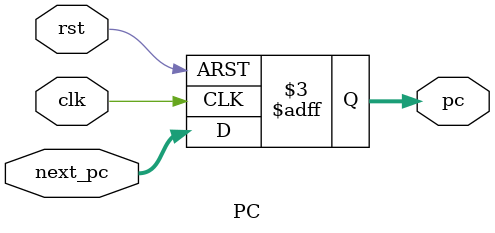
<source format=v>
module PC(
	input			clk,
	input			rst,
	input		[31:0]	next_pc,
	output	reg	[31:0]	pc
);
initial pc = 0;

always @(posedge clk or posedge rst)	begin
	case (rst)
		1'b1:	 pc <= 0;
		1'b0:	 pc <= next_pc;
		default: pc <= 0;
	endcase
end

endmodule 


</source>
